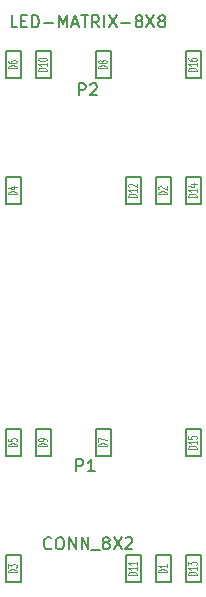
<source format=gto>
G04 (created by PCBNEW-RS274X (2011-aug-04)-testing) date Wed 17 Apr 2013 04:19:54 PM PDT*
G01*
G70*
G90*
%MOIN*%
G04 Gerber Fmt 3.4, Leading zero omitted, Abs format*
%FSLAX34Y34*%
G04 APERTURE LIST*
%ADD10C,0.006000*%
%ADD11C,0.005000*%
%ADD12C,0.008000*%
%ADD13C,0.004500*%
G04 APERTURE END LIST*
G54D10*
G54D11*
X29050Y-40550D02*
X29050Y-41450D01*
X29050Y-41450D02*
X28550Y-41450D01*
X28550Y-41450D02*
X28550Y-40550D01*
X28550Y-40550D02*
X29050Y-40550D01*
X29050Y-27950D02*
X29050Y-28850D01*
X29050Y-28850D02*
X28550Y-28850D01*
X28550Y-28850D02*
X28550Y-27950D01*
X28550Y-27950D02*
X29050Y-27950D01*
X24050Y-40550D02*
X24050Y-41450D01*
X24050Y-41450D02*
X23550Y-41450D01*
X23550Y-41450D02*
X23550Y-40550D01*
X23550Y-40550D02*
X24050Y-40550D01*
X24050Y-27950D02*
X24050Y-28850D01*
X24050Y-28850D02*
X23550Y-28850D01*
X23550Y-28850D02*
X23550Y-27950D01*
X23550Y-27950D02*
X24050Y-27950D01*
X23550Y-37250D02*
X23550Y-36350D01*
X23550Y-36350D02*
X24050Y-36350D01*
X24050Y-36350D02*
X24050Y-37250D01*
X24050Y-37250D02*
X23550Y-37250D01*
X23550Y-24650D02*
X23550Y-23750D01*
X23550Y-23750D02*
X24050Y-23750D01*
X24050Y-23750D02*
X24050Y-24650D01*
X24050Y-24650D02*
X23550Y-24650D01*
X26550Y-37250D02*
X26550Y-36350D01*
X26550Y-36350D02*
X27050Y-36350D01*
X27050Y-36350D02*
X27050Y-37250D01*
X27050Y-37250D02*
X26550Y-37250D01*
X26550Y-24650D02*
X26550Y-23750D01*
X26550Y-23750D02*
X27050Y-23750D01*
X27050Y-23750D02*
X27050Y-24650D01*
X27050Y-24650D02*
X26550Y-24650D01*
X24550Y-37250D02*
X24550Y-36350D01*
X24550Y-36350D02*
X25050Y-36350D01*
X25050Y-36350D02*
X25050Y-37250D01*
X25050Y-37250D02*
X24550Y-37250D01*
X24550Y-24650D02*
X24550Y-23750D01*
X24550Y-23750D02*
X25050Y-23750D01*
X25050Y-23750D02*
X25050Y-24650D01*
X25050Y-24650D02*
X24550Y-24650D01*
X28050Y-40550D02*
X28050Y-41450D01*
X28050Y-41450D02*
X27550Y-41450D01*
X27550Y-41450D02*
X27550Y-40550D01*
X27550Y-40550D02*
X28050Y-40550D01*
X28050Y-27950D02*
X28050Y-28850D01*
X28050Y-28850D02*
X27550Y-28850D01*
X27550Y-28850D02*
X27550Y-27950D01*
X27550Y-27950D02*
X28050Y-27950D01*
X30050Y-40550D02*
X30050Y-41450D01*
X30050Y-41450D02*
X29550Y-41450D01*
X29550Y-41450D02*
X29550Y-40550D01*
X29550Y-40550D02*
X30050Y-40550D01*
X30050Y-27950D02*
X30050Y-28850D01*
X30050Y-28850D02*
X29550Y-28850D01*
X29550Y-28850D02*
X29550Y-27950D01*
X29550Y-27950D02*
X30050Y-27950D01*
X29550Y-37250D02*
X29550Y-36350D01*
X29550Y-36350D02*
X30050Y-36350D01*
X30050Y-36350D02*
X30050Y-37250D01*
X30050Y-37250D02*
X29550Y-37250D01*
X29550Y-24650D02*
X29550Y-23750D01*
X29550Y-23750D02*
X30050Y-23750D01*
X30050Y-23750D02*
X30050Y-24650D01*
X30050Y-24650D02*
X29550Y-24650D01*
G54D12*
X25904Y-37760D02*
X25904Y-37360D01*
X26057Y-37360D01*
X26095Y-37379D01*
X26114Y-37398D01*
X26133Y-37436D01*
X26133Y-37493D01*
X26114Y-37531D01*
X26095Y-37550D01*
X26057Y-37569D01*
X25904Y-37569D01*
X26514Y-37760D02*
X26285Y-37760D01*
X26399Y-37760D02*
X26399Y-37360D01*
X26361Y-37417D01*
X26323Y-37455D01*
X26285Y-37474D01*
X25071Y-40322D02*
X25052Y-40341D01*
X24995Y-40360D01*
X24957Y-40360D01*
X24899Y-40341D01*
X24861Y-40303D01*
X24842Y-40265D01*
X24823Y-40188D01*
X24823Y-40131D01*
X24842Y-40055D01*
X24861Y-40017D01*
X24899Y-39979D01*
X24957Y-39960D01*
X24995Y-39960D01*
X25052Y-39979D01*
X25071Y-39998D01*
X25318Y-39960D02*
X25395Y-39960D01*
X25433Y-39979D01*
X25471Y-40017D01*
X25490Y-40093D01*
X25490Y-40227D01*
X25471Y-40303D01*
X25433Y-40341D01*
X25395Y-40360D01*
X25318Y-40360D01*
X25280Y-40341D01*
X25242Y-40303D01*
X25223Y-40227D01*
X25223Y-40093D01*
X25242Y-40017D01*
X25280Y-39979D01*
X25318Y-39960D01*
X25661Y-40360D02*
X25661Y-39960D01*
X25890Y-40360D01*
X25890Y-39960D01*
X26080Y-40360D02*
X26080Y-39960D01*
X26309Y-40360D01*
X26309Y-39960D01*
X26404Y-40398D02*
X26709Y-40398D01*
X26861Y-40131D02*
X26823Y-40112D01*
X26804Y-40093D01*
X26785Y-40055D01*
X26785Y-40036D01*
X26804Y-39998D01*
X26823Y-39979D01*
X26861Y-39960D01*
X26938Y-39960D01*
X26976Y-39979D01*
X26995Y-39998D01*
X27014Y-40036D01*
X27014Y-40055D01*
X26995Y-40093D01*
X26976Y-40112D01*
X26938Y-40131D01*
X26861Y-40131D01*
X26823Y-40150D01*
X26804Y-40169D01*
X26785Y-40208D01*
X26785Y-40284D01*
X26804Y-40322D01*
X26823Y-40341D01*
X26861Y-40360D01*
X26938Y-40360D01*
X26976Y-40341D01*
X26995Y-40322D01*
X27014Y-40284D01*
X27014Y-40208D01*
X26995Y-40169D01*
X26976Y-40150D01*
X26938Y-40131D01*
X27147Y-39960D02*
X27414Y-40360D01*
X27414Y-39960D02*
X27147Y-40360D01*
X27547Y-39998D02*
X27566Y-39979D01*
X27604Y-39960D01*
X27700Y-39960D01*
X27738Y-39979D01*
X27757Y-39998D01*
X27776Y-40036D01*
X27776Y-40074D01*
X27757Y-40131D01*
X27528Y-40360D01*
X27776Y-40360D01*
X25985Y-25232D02*
X25985Y-24832D01*
X26138Y-24832D01*
X26176Y-24851D01*
X26195Y-24870D01*
X26214Y-24908D01*
X26214Y-24965D01*
X26195Y-25003D01*
X26176Y-25022D01*
X26138Y-25041D01*
X25985Y-25041D01*
X26366Y-24870D02*
X26385Y-24851D01*
X26423Y-24832D01*
X26519Y-24832D01*
X26557Y-24851D01*
X26576Y-24870D01*
X26595Y-24908D01*
X26595Y-24946D01*
X26576Y-25003D01*
X26347Y-25232D01*
X26595Y-25232D01*
X23939Y-22962D02*
X23748Y-22962D01*
X23748Y-22562D01*
X24072Y-22752D02*
X24206Y-22752D01*
X24263Y-22962D02*
X24072Y-22962D01*
X24072Y-22562D01*
X24263Y-22562D01*
X24434Y-22962D02*
X24434Y-22562D01*
X24529Y-22562D01*
X24587Y-22581D01*
X24625Y-22619D01*
X24644Y-22657D01*
X24663Y-22733D01*
X24663Y-22790D01*
X24644Y-22867D01*
X24625Y-22905D01*
X24587Y-22943D01*
X24529Y-22962D01*
X24434Y-22962D01*
X24834Y-22810D02*
X25139Y-22810D01*
X25329Y-22962D02*
X25329Y-22562D01*
X25463Y-22848D01*
X25596Y-22562D01*
X25596Y-22962D01*
X25767Y-22848D02*
X25958Y-22848D01*
X25729Y-22962D02*
X25862Y-22562D01*
X25996Y-22962D01*
X26072Y-22562D02*
X26301Y-22562D01*
X26186Y-22962D02*
X26186Y-22562D01*
X26663Y-22962D02*
X26529Y-22771D01*
X26434Y-22962D02*
X26434Y-22562D01*
X26587Y-22562D01*
X26625Y-22581D01*
X26644Y-22600D01*
X26663Y-22638D01*
X26663Y-22695D01*
X26644Y-22733D01*
X26625Y-22752D01*
X26587Y-22771D01*
X26434Y-22771D01*
X26834Y-22962D02*
X26834Y-22562D01*
X26986Y-22562D02*
X27253Y-22962D01*
X27253Y-22562D02*
X26986Y-22962D01*
X27405Y-22810D02*
X27710Y-22810D01*
X27957Y-22733D02*
X27919Y-22714D01*
X27900Y-22695D01*
X27881Y-22657D01*
X27881Y-22638D01*
X27900Y-22600D01*
X27919Y-22581D01*
X27957Y-22562D01*
X28034Y-22562D01*
X28072Y-22581D01*
X28091Y-22600D01*
X28110Y-22638D01*
X28110Y-22657D01*
X28091Y-22695D01*
X28072Y-22714D01*
X28034Y-22733D01*
X27957Y-22733D01*
X27919Y-22752D01*
X27900Y-22771D01*
X27881Y-22810D01*
X27881Y-22886D01*
X27900Y-22924D01*
X27919Y-22943D01*
X27957Y-22962D01*
X28034Y-22962D01*
X28072Y-22943D01*
X28091Y-22924D01*
X28110Y-22886D01*
X28110Y-22810D01*
X28091Y-22771D01*
X28072Y-22752D01*
X28034Y-22733D01*
X28243Y-22562D02*
X28510Y-22962D01*
X28510Y-22562D02*
X28243Y-22962D01*
X28719Y-22733D02*
X28681Y-22714D01*
X28662Y-22695D01*
X28643Y-22657D01*
X28643Y-22638D01*
X28662Y-22600D01*
X28681Y-22581D01*
X28719Y-22562D01*
X28796Y-22562D01*
X28834Y-22581D01*
X28853Y-22600D01*
X28872Y-22638D01*
X28872Y-22657D01*
X28853Y-22695D01*
X28834Y-22714D01*
X28796Y-22733D01*
X28719Y-22733D01*
X28681Y-22752D01*
X28662Y-22771D01*
X28643Y-22810D01*
X28643Y-22886D01*
X28662Y-22924D01*
X28681Y-22943D01*
X28719Y-22962D01*
X28796Y-22962D01*
X28834Y-22943D01*
X28853Y-22924D01*
X28872Y-22886D01*
X28872Y-22810D01*
X28853Y-22771D01*
X28834Y-22752D01*
X28796Y-22733D01*
G54D13*
X28913Y-41132D02*
X28633Y-41132D01*
X28633Y-41089D01*
X28647Y-41064D01*
X28673Y-41046D01*
X28700Y-41038D01*
X28753Y-41029D01*
X28793Y-41029D01*
X28847Y-41038D01*
X28873Y-41046D01*
X28900Y-41064D01*
X28913Y-41089D01*
X28913Y-41132D01*
X28913Y-40858D02*
X28913Y-40961D01*
X28913Y-40909D02*
X28633Y-40909D01*
X28673Y-40926D01*
X28700Y-40944D01*
X28713Y-40961D01*
X28913Y-28532D02*
X28633Y-28532D01*
X28633Y-28489D01*
X28647Y-28464D01*
X28673Y-28446D01*
X28700Y-28438D01*
X28753Y-28429D01*
X28793Y-28429D01*
X28847Y-28438D01*
X28873Y-28446D01*
X28900Y-28464D01*
X28913Y-28489D01*
X28913Y-28532D01*
X28660Y-28361D02*
X28647Y-28352D01*
X28633Y-28335D01*
X28633Y-28292D01*
X28647Y-28275D01*
X28660Y-28266D01*
X28687Y-28258D01*
X28713Y-28258D01*
X28753Y-28266D01*
X28913Y-28369D01*
X28913Y-28258D01*
X23913Y-41132D02*
X23633Y-41132D01*
X23633Y-41089D01*
X23647Y-41064D01*
X23673Y-41046D01*
X23700Y-41038D01*
X23753Y-41029D01*
X23793Y-41029D01*
X23847Y-41038D01*
X23873Y-41046D01*
X23900Y-41064D01*
X23913Y-41089D01*
X23913Y-41132D01*
X23633Y-40969D02*
X23633Y-40858D01*
X23740Y-40918D01*
X23740Y-40892D01*
X23753Y-40875D01*
X23767Y-40866D01*
X23793Y-40858D01*
X23860Y-40858D01*
X23887Y-40866D01*
X23900Y-40875D01*
X23913Y-40892D01*
X23913Y-40944D01*
X23900Y-40961D01*
X23887Y-40969D01*
X23913Y-28532D02*
X23633Y-28532D01*
X23633Y-28489D01*
X23647Y-28464D01*
X23673Y-28446D01*
X23700Y-28438D01*
X23753Y-28429D01*
X23793Y-28429D01*
X23847Y-28438D01*
X23873Y-28446D01*
X23900Y-28464D01*
X23913Y-28489D01*
X23913Y-28532D01*
X23727Y-28275D02*
X23913Y-28275D01*
X23620Y-28318D02*
X23820Y-28361D01*
X23820Y-28249D01*
X23913Y-36932D02*
X23633Y-36932D01*
X23633Y-36889D01*
X23647Y-36864D01*
X23673Y-36846D01*
X23700Y-36838D01*
X23753Y-36829D01*
X23793Y-36829D01*
X23847Y-36838D01*
X23873Y-36846D01*
X23900Y-36864D01*
X23913Y-36889D01*
X23913Y-36932D01*
X23633Y-36666D02*
X23633Y-36752D01*
X23767Y-36761D01*
X23753Y-36752D01*
X23740Y-36735D01*
X23740Y-36692D01*
X23753Y-36675D01*
X23767Y-36666D01*
X23793Y-36658D01*
X23860Y-36658D01*
X23887Y-36666D01*
X23900Y-36675D01*
X23913Y-36692D01*
X23913Y-36735D01*
X23900Y-36752D01*
X23887Y-36761D01*
X23913Y-24332D02*
X23633Y-24332D01*
X23633Y-24289D01*
X23647Y-24264D01*
X23673Y-24246D01*
X23700Y-24238D01*
X23753Y-24229D01*
X23793Y-24229D01*
X23847Y-24238D01*
X23873Y-24246D01*
X23900Y-24264D01*
X23913Y-24289D01*
X23913Y-24332D01*
X23633Y-24075D02*
X23633Y-24109D01*
X23647Y-24126D01*
X23660Y-24135D01*
X23700Y-24152D01*
X23753Y-24161D01*
X23860Y-24161D01*
X23887Y-24152D01*
X23900Y-24144D01*
X23913Y-24126D01*
X23913Y-24092D01*
X23900Y-24075D01*
X23887Y-24066D01*
X23860Y-24058D01*
X23793Y-24058D01*
X23767Y-24066D01*
X23753Y-24075D01*
X23740Y-24092D01*
X23740Y-24126D01*
X23753Y-24144D01*
X23767Y-24152D01*
X23793Y-24161D01*
X26913Y-36932D02*
X26633Y-36932D01*
X26633Y-36889D01*
X26647Y-36864D01*
X26673Y-36846D01*
X26700Y-36838D01*
X26753Y-36829D01*
X26793Y-36829D01*
X26847Y-36838D01*
X26873Y-36846D01*
X26900Y-36864D01*
X26913Y-36889D01*
X26913Y-36932D01*
X26633Y-36769D02*
X26633Y-36649D01*
X26913Y-36726D01*
X26913Y-24332D02*
X26633Y-24332D01*
X26633Y-24289D01*
X26647Y-24264D01*
X26673Y-24246D01*
X26700Y-24238D01*
X26753Y-24229D01*
X26793Y-24229D01*
X26847Y-24238D01*
X26873Y-24246D01*
X26900Y-24264D01*
X26913Y-24289D01*
X26913Y-24332D01*
X26753Y-24126D02*
X26740Y-24144D01*
X26727Y-24152D01*
X26700Y-24161D01*
X26687Y-24161D01*
X26660Y-24152D01*
X26647Y-24144D01*
X26633Y-24126D01*
X26633Y-24092D01*
X26647Y-24075D01*
X26660Y-24066D01*
X26687Y-24058D01*
X26700Y-24058D01*
X26727Y-24066D01*
X26740Y-24075D01*
X26753Y-24092D01*
X26753Y-24126D01*
X26767Y-24144D01*
X26780Y-24152D01*
X26807Y-24161D01*
X26860Y-24161D01*
X26887Y-24152D01*
X26900Y-24144D01*
X26913Y-24126D01*
X26913Y-24092D01*
X26900Y-24075D01*
X26887Y-24066D01*
X26860Y-24058D01*
X26807Y-24058D01*
X26780Y-24066D01*
X26767Y-24075D01*
X26753Y-24092D01*
X24913Y-36932D02*
X24633Y-36932D01*
X24633Y-36889D01*
X24647Y-36864D01*
X24673Y-36846D01*
X24700Y-36838D01*
X24753Y-36829D01*
X24793Y-36829D01*
X24847Y-36838D01*
X24873Y-36846D01*
X24900Y-36864D01*
X24913Y-36889D01*
X24913Y-36932D01*
X24913Y-36744D02*
X24913Y-36709D01*
X24900Y-36692D01*
X24887Y-36684D01*
X24847Y-36666D01*
X24793Y-36658D01*
X24687Y-36658D01*
X24660Y-36666D01*
X24647Y-36675D01*
X24633Y-36692D01*
X24633Y-36726D01*
X24647Y-36744D01*
X24660Y-36752D01*
X24687Y-36761D01*
X24753Y-36761D01*
X24780Y-36752D01*
X24793Y-36744D01*
X24807Y-36726D01*
X24807Y-36692D01*
X24793Y-36675D01*
X24780Y-36666D01*
X24753Y-36658D01*
X24913Y-24418D02*
X24633Y-24418D01*
X24633Y-24375D01*
X24647Y-24350D01*
X24673Y-24332D01*
X24700Y-24324D01*
X24753Y-24315D01*
X24793Y-24315D01*
X24847Y-24324D01*
X24873Y-24332D01*
X24900Y-24350D01*
X24913Y-24375D01*
X24913Y-24418D01*
X24913Y-24144D02*
X24913Y-24247D01*
X24913Y-24195D02*
X24633Y-24195D01*
X24673Y-24212D01*
X24700Y-24230D01*
X24713Y-24247D01*
X24633Y-24033D02*
X24633Y-24016D01*
X24647Y-23999D01*
X24660Y-23990D01*
X24687Y-23981D01*
X24740Y-23973D01*
X24807Y-23973D01*
X24860Y-23981D01*
X24887Y-23990D01*
X24900Y-23999D01*
X24913Y-24016D01*
X24913Y-24033D01*
X24900Y-24050D01*
X24887Y-24059D01*
X24860Y-24067D01*
X24807Y-24076D01*
X24740Y-24076D01*
X24687Y-24067D01*
X24660Y-24059D01*
X24647Y-24050D01*
X24633Y-24033D01*
X27913Y-41218D02*
X27633Y-41218D01*
X27633Y-41175D01*
X27647Y-41150D01*
X27673Y-41132D01*
X27700Y-41124D01*
X27753Y-41115D01*
X27793Y-41115D01*
X27847Y-41124D01*
X27873Y-41132D01*
X27900Y-41150D01*
X27913Y-41175D01*
X27913Y-41218D01*
X27913Y-40944D02*
X27913Y-41047D01*
X27913Y-40995D02*
X27633Y-40995D01*
X27673Y-41012D01*
X27700Y-41030D01*
X27713Y-41047D01*
X27913Y-40773D02*
X27913Y-40876D01*
X27913Y-40824D02*
X27633Y-40824D01*
X27673Y-40841D01*
X27700Y-40859D01*
X27713Y-40876D01*
X27913Y-28618D02*
X27633Y-28618D01*
X27633Y-28575D01*
X27647Y-28550D01*
X27673Y-28532D01*
X27700Y-28524D01*
X27753Y-28515D01*
X27793Y-28515D01*
X27847Y-28524D01*
X27873Y-28532D01*
X27900Y-28550D01*
X27913Y-28575D01*
X27913Y-28618D01*
X27913Y-28344D02*
X27913Y-28447D01*
X27913Y-28395D02*
X27633Y-28395D01*
X27673Y-28412D01*
X27700Y-28430D01*
X27713Y-28447D01*
X27660Y-28276D02*
X27647Y-28267D01*
X27633Y-28250D01*
X27633Y-28207D01*
X27647Y-28190D01*
X27660Y-28181D01*
X27687Y-28173D01*
X27713Y-28173D01*
X27753Y-28181D01*
X27913Y-28284D01*
X27913Y-28173D01*
X29913Y-41218D02*
X29633Y-41218D01*
X29633Y-41175D01*
X29647Y-41150D01*
X29673Y-41132D01*
X29700Y-41124D01*
X29753Y-41115D01*
X29793Y-41115D01*
X29847Y-41124D01*
X29873Y-41132D01*
X29900Y-41150D01*
X29913Y-41175D01*
X29913Y-41218D01*
X29913Y-40944D02*
X29913Y-41047D01*
X29913Y-40995D02*
X29633Y-40995D01*
X29673Y-41012D01*
X29700Y-41030D01*
X29713Y-41047D01*
X29633Y-40884D02*
X29633Y-40773D01*
X29740Y-40833D01*
X29740Y-40807D01*
X29753Y-40790D01*
X29767Y-40781D01*
X29793Y-40773D01*
X29860Y-40773D01*
X29887Y-40781D01*
X29900Y-40790D01*
X29913Y-40807D01*
X29913Y-40859D01*
X29900Y-40876D01*
X29887Y-40884D01*
X29913Y-28618D02*
X29633Y-28618D01*
X29633Y-28575D01*
X29647Y-28550D01*
X29673Y-28532D01*
X29700Y-28524D01*
X29753Y-28515D01*
X29793Y-28515D01*
X29847Y-28524D01*
X29873Y-28532D01*
X29900Y-28550D01*
X29913Y-28575D01*
X29913Y-28618D01*
X29913Y-28344D02*
X29913Y-28447D01*
X29913Y-28395D02*
X29633Y-28395D01*
X29673Y-28412D01*
X29700Y-28430D01*
X29713Y-28447D01*
X29727Y-28190D02*
X29913Y-28190D01*
X29620Y-28233D02*
X29820Y-28276D01*
X29820Y-28164D01*
X29913Y-37018D02*
X29633Y-37018D01*
X29633Y-36975D01*
X29647Y-36950D01*
X29673Y-36932D01*
X29700Y-36924D01*
X29753Y-36915D01*
X29793Y-36915D01*
X29847Y-36924D01*
X29873Y-36932D01*
X29900Y-36950D01*
X29913Y-36975D01*
X29913Y-37018D01*
X29913Y-36744D02*
X29913Y-36847D01*
X29913Y-36795D02*
X29633Y-36795D01*
X29673Y-36812D01*
X29700Y-36830D01*
X29713Y-36847D01*
X29633Y-36581D02*
X29633Y-36667D01*
X29767Y-36676D01*
X29753Y-36667D01*
X29740Y-36650D01*
X29740Y-36607D01*
X29753Y-36590D01*
X29767Y-36581D01*
X29793Y-36573D01*
X29860Y-36573D01*
X29887Y-36581D01*
X29900Y-36590D01*
X29913Y-36607D01*
X29913Y-36650D01*
X29900Y-36667D01*
X29887Y-36676D01*
X29913Y-24418D02*
X29633Y-24418D01*
X29633Y-24375D01*
X29647Y-24350D01*
X29673Y-24332D01*
X29700Y-24324D01*
X29753Y-24315D01*
X29793Y-24315D01*
X29847Y-24324D01*
X29873Y-24332D01*
X29900Y-24350D01*
X29913Y-24375D01*
X29913Y-24418D01*
X29913Y-24144D02*
X29913Y-24247D01*
X29913Y-24195D02*
X29633Y-24195D01*
X29673Y-24212D01*
X29700Y-24230D01*
X29713Y-24247D01*
X29633Y-23990D02*
X29633Y-24024D01*
X29647Y-24041D01*
X29660Y-24050D01*
X29700Y-24067D01*
X29753Y-24076D01*
X29860Y-24076D01*
X29887Y-24067D01*
X29900Y-24059D01*
X29913Y-24041D01*
X29913Y-24007D01*
X29900Y-23990D01*
X29887Y-23981D01*
X29860Y-23973D01*
X29793Y-23973D01*
X29767Y-23981D01*
X29753Y-23990D01*
X29740Y-24007D01*
X29740Y-24041D01*
X29753Y-24059D01*
X29767Y-24067D01*
X29793Y-24076D01*
M02*

</source>
